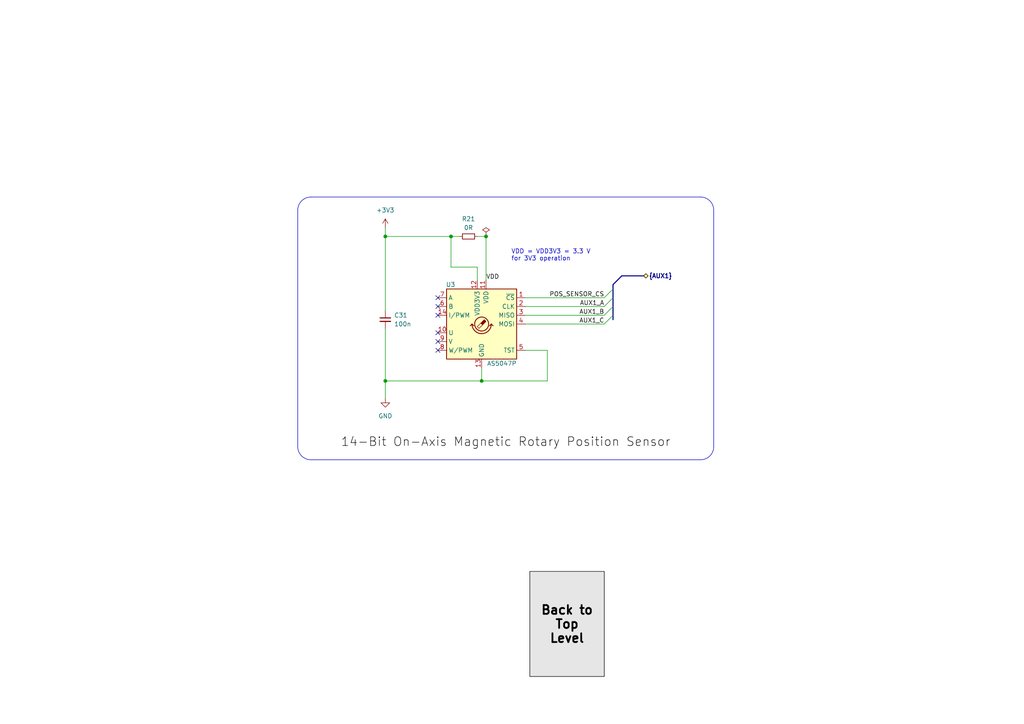
<source format=kicad_sch>
(kicad_sch (version 20230121) (generator eeschema)
  (paper "A4")
  (title_block (title "AS5047P 14-Bit Onboard Position Sensor") (date "2023-10-14") (rev "1.0") (company "EPFL Xplore") (comment 3 "Author: Vincent Nguyen"))
  (lib_symbols
    (symbol "0_sensor:AS5047P"
      (property "Reference" "U" (at -8.89 11.43 0))
      (property "Value" "AS5047P" (at 5.08 11.43 0))
      (symbol "AS5047P_1_1"
        (rectangle (start -10.16 10.16) (end 10.16 -10.16) (stroke (width 0.254)) (fill (type background)))
        (arc (start -2.794 0) (mid 0 -2.7819) (end 2.794 0) (stroke (width 0.254)))
        (polyline (pts (xy -2.794 0) (xy -3.302 -0.508)) (stroke (width 0.254)))
        (polyline (pts (xy -2.794 0) (xy -2.286 -0.508)) (stroke (width 0.254)))
        (polyline (pts (xy 2.794 0) (xy 2.286 -0.508)) (stroke (width 0.254)))
        (polyline (pts (xy 2.794 0) (xy 3.302 -0.508)) (stroke (width 0.254)))
        (polyline (pts (xy 0.254 0.254) (xy 1.27 -0.762) (xy 0.762 -1.27) (xy -0.254 -0.254)))
        (polyline (pts (xy -0.762 1.27) (xy 0.254 0.254) (xy -0.254 -0.254) (xy -1.27 0.762) (xy -1.016 1.016) (xy -0.762 1.27) (xy -0.635 1.143)) (fill (type outline)))
        (circle (center 0 0) (radius 2.032) (stroke (width 0.254)))
        (pin input line (at -12.7 7.62 0) (length 2.54) (name "~{CS}") (number "1"))
        (pin output line (at 12.7 -2.54 180) (length 2.54) (name "U") (number "10"))
        (pin power_in line (at -1.27 12.7 270) (length 2.54) (name "VDD") (number "11"))
        (pin power_out line (at 1.27 12.7 270) (length 2.54) (name "VDD3V3") (number "12"))
        (pin power_in line (at 0 -12.7 90) (length 2.54) (name "GND") (number "13"))
        (pin output line (at 12.7 2.54 180) (length 2.54) (name "I/PWM") (number "14"))
        (pin input line (at -12.7 5.08 0) (length 2.54) (name "CLK") (number "2"))
        (pin output line (at -12.7 2.54 0) (length 2.54) (name "MISO") (number "3"))
        (pin input line (at -12.7 0 0) (length 2.54) (name "MOSI") (number "4"))
        (pin input line (at -12.7 -7.62 0) (length 2.54) (name "TST") (number "5"))
        (pin output line (at 12.7 5.08 180) (length 2.54) (name "B") (number "6"))
        (pin output line (at 12.7 7.62 180) (length 2.54) (name "A") (number "7"))
        (pin output line (at 12.7 -7.62 180) (length 2.54) (name "W/PWM") (number "8"))
        (pin output line (at 12.7 -5.08 180) (length 2.54) (name "V") (number "9"))
      )
    )
    (symbol "Device:C_Small" (pin_numbers hide) (pin_names (offset 0.254) hide)
      (property "Reference" "C" (at 0.254 1.778 0))
      (property "Value" "C_Small" (at 0.254 -2.032 0))
      (symbol "C_Small_0_1"
        (polyline (pts (xy -1.524 -0.508) (xy 1.524 -0.508)) (stroke (width 0.3302)))
        (polyline (pts (xy -1.524 0.508) (xy 1.524 0.508)) (stroke (width 0.3048)))
      )
      (symbol "C_Small_1_1"
        (pin passive line (at 0 2.54 270) (length 2.032) (name "~") (number "1"))
        (pin passive line (at 0 -2.54 90) (length 2.032) (name "~") (number "2"))
      )
    )
    (symbol "Device:R_Small" (pin_numbers hide) (pin_names (offset 0.254) hide)
      (property "Reference" "R" (at 0.762 0.508 0))
      (property "Value" "R_Small" (at 0.762 -1.016 0))
      (symbol "R_Small_0_1"
        (rectangle (start -0.762 1.778) (end 0.762 -1.778) (stroke (width 0.2032)))
      )
      (symbol "R_Small_1_1"
        (pin passive line (at 0 2.54 270) (length 0.762) (name "~") (number "1"))
        (pin passive line (at 0 -2.54 90) (length 0.762) (name "~") (number "2"))
      )
    )
    (symbol "power:+3V3" (power) (pin_names (offset 0))
      (property "Value" "+3V3" (at 0 3.556 0))
      (symbol "+3V3_0_1"
        (polyline (pts (xy -0.762 1.27) (xy 0 2.54)))
        (polyline (pts (xy 0 0) (xy 0 2.54)))
        (polyline (pts (xy 0 2.54) (xy 0.762 1.27)))
      )
      (symbol "+3V3_1_1"
        (pin power_in line (at 0 0 90) (length 0) hide (name "+3V3") (number "1"))
      )
    )
    (symbol "power:GND" (power) (pin_names (offset 0))
      (property "Value" "GND" (at 0 -3.81 0))
      (symbol "GND_0_1"
        (polyline (pts (xy 0 0) (xy 0 -1.27) (xy 1.27 -1.27) (xy 0 -2.54) (xy -1.27 -1.27) (xy 0 -1.27)))
      )
      (symbol "GND_1_1"
        (pin power_in line (at 0 0 270) (length 0) hide (name "GND") (number "1"))
      )
    )
    (symbol "power:PWR_FLAG" (power) (pin_numbers hide) (pin_names (offset 0) hide)
      (property "Value" "PWR_FLAG" (at 0 3.81 0))
      (symbol "PWR_FLAG_0_0"
        (pin power_out line (at 0 0 90) (length 0) (name "pwr") (number "1"))
      )
      (symbol "PWR_FLAG_0_1"
        (polyline (pts (xy 0 0) (xy 0 1.27) (xy -1.016 1.905) (xy 0 2.54) (xy 1.016 1.905) (xy 0 1.27)))
      )
    )
  )
  (junction (at 130.81 68.58))
  (junction (at 111.76 110.49))
  (junction (at 140.97 68.58))
  (junction (at 111.76 68.58))
  (junction (at 139.7 110.49))
  (no_connect (at 127 101.6))
  (no_connect (at 127 86.36))
  (no_connect (at 127 96.52))
  (no_connect (at 127 99.06))
  (no_connect (at 127 88.9))
  (no_connect (at 127 91.44))
  (bus_entry (at 175.26 91.44) (size 2.54 -2.54))
  (bus_entry (at 175.26 86.36) (size 2.54 -2.54))
  (bus_entry (at 175.26 93.98) (size 2.54 -2.54))
  (bus_entry (at 175.26 88.9) (size 2.54 -2.54))
  (wire (pts (xy 130.81 68.58) (xy 133.35 68.58)))
  (wire (pts (xy 152.4 86.36) (xy 175.26 86.36)))
  (bus (pts (xy 177.8 83.82) (xy 177.8 86.36)))
  (polyline (pts (xy 207.01 60.96) (xy 207.01 129.54)))
  (bus (pts (xy 180.34 80.01) (xy 186.69 80.01)))
  (wire (pts (xy 152.4 88.9) (xy 175.26 88.9)))
  (bus (pts (xy 180.34 80.01) (xy 177.8 82.55)))
  (wire (pts (xy 158.75 110.49) (xy 158.75 101.6)))
  (polyline (pts (xy 203.2 133.35) (xy 90.17 133.35)))
  (wire (pts (xy 152.4 91.44) (xy 175.26 91.44)))
  (bus (pts (xy 177.8 82.55) (xy 177.8 83.82)))
  (wire (pts (xy 111.76 115.57) (xy 111.76 110.49)))
  (wire (pts (xy 130.81 77.47) (xy 138.43 77.47)))
  (bus (pts (xy 177.8 86.36) (xy 177.8 88.9)))
  (wire (pts (xy 138.43 68.58) (xy 140.97 68.58)))
  (wire (pts (xy 111.76 68.58) (xy 111.76 90.17)))
  (bus (pts (xy 177.8 88.9) (xy 177.8 91.44)))
  (wire (pts (xy 111.76 110.49) (xy 111.76 95.25)))
  (wire (pts (xy 130.81 68.58) (xy 130.81 77.47)))
  (polyline (pts (xy 86.36 60.96) (xy 86.36 129.54)))
  (polyline (pts (xy 203.2 57.15) (xy 90.17 57.15)))
  (wire (pts (xy 111.76 66.04) (xy 111.76 68.58)))
  (bus (pts (xy 177.8 91.44) (xy 177.8 92.71)))
  (wire (pts (xy 139.7 110.49) (xy 139.7 106.68)))
  (wire (pts (xy 111.76 110.49) (xy 139.7 110.49)))
  (wire (pts (xy 152.4 93.98) (xy 175.26 93.98)))
  (wire (pts (xy 111.76 68.58) (xy 130.81 68.58)))
  (wire (pts (xy 138.43 77.47) (xy 138.43 81.28)))
  (wire (pts (xy 139.7 110.49) (xy 158.75 110.49)))
  (wire (pts (xy 140.97 68.58) (xy 140.97 81.28)))
  (wire (pts (xy 158.75 101.6) (xy 152.4 101.6)))
  (arc (start 90.17 133.35) (mid 87.4745 132.2355) (end 86.36 129.54))
  (arc (start 203.2 57.15) (mid 205.8923 58.2662) (end 207.01 60.96))
  (arc (start 207.01 129.54) (mid 205.8958 132.2373) (end 203.2 133.35))
  (arc (start 86.36 60.96) (mid 87.4774 58.2674) (end 90.17 57.15))
  (text_box "14-Bit On-Axis Magnetic Rotary Position Sensor" (at 88.9 121.92 0) (size 115.57 9.525) (stroke (width -0.0001)) (effects (font (size 2.54 2.54)) (justify bottom)))
  (text_box "VDD = VDD3V3 = 3.3 V for 3V3 operation" (at 147.32 71.12 0) (size 25.4 7.62) (stroke (width -0.0001)) (effects (font (size 1.27 1.27)) (justify left top)))
  (text_box "Back to Top Level" (at 153.67 165.735 0) (size 21.59 30.48) (stroke (width 0) (color 0 0 0 1)) (fill (type color) (color 0 0 0 0.1)) (effects (font (size 2.54 2.54) (thickness 0.508) bold)))
  (label "AUX1_C" (at 175.26 93.98 180))
  (label "AUX1_A" (at 175.26 88.9 180))
  (label "POS_SENSOR_CS" (at 175.26 86.36 180))
  (label "VDD" (at 140.97 81.28 0))
  (label "AUX1_B" (at 175.26 91.44 180))
  (hierarchical_label "{AUX1}" (shape bidirectional) (at 186.69 80.01 0) (effects (font bold)))
  (symbol (lib_id "Device:C_Small") (at 111.76 92.71 0) (unit 1)
    (property "Reference" "C31" (at 114.3 91.4463 0) (effects (justify left)))
    (property "Value" "100n" (at 114.3 93.9863 0) (effects (justify left)))
  )
  (symbol (lib_id "Device:R_Small") (at 135.89 68.58 90) (unit 1)
    (property "Reference" "R21" (at 135.89 63.5 90))
    (property "Value" "0R" (at 135.89 66.04 90))
  )
  (symbol (lib_id "power:+3V3") (at 111.76 66.04 0) (unit 1)
    (property "Reference" "#PWR036" (effects hide))
    (property "Value" "+3V3" (at 111.76 60.96 0))
  )
  (symbol (lib_id "power:GND") (at 111.76 115.57 0) (unit 1)
    (property "Reference" "#PWR037" (effects hide))
    (property "Value" "GND" (at 111.76 120.65 0))
  )
  (symbol (lib_id "0_sensor:AS5047P") (at 139.7 93.98 0) (mirror y) (unit 1)
    (property "Reference" "U3" (at 132.08 82.55 0) (effects (justify left)))
    (property "Value" "AS5047P" (at 149.86 105.41 0) (effects (justify left)))
    (property "Footprint" "Package_SO:TSSOP-14_4.4x5mm_P0.65mm" (effects hide))
    (property "Datasheet" "https://ams.com/documents/20143/36005/AS5047P_DS000324_3-00.pdf" (effects hide))
  )
  (symbol (lib_id "power:PWR_FLAG") (at 140.97 68.58 0) (unit 1)
    (property "Reference" "#FLG05" (effects hide))
    (property "Value" "PWR_FLAG" (effects hide))
  )
)
</source>
